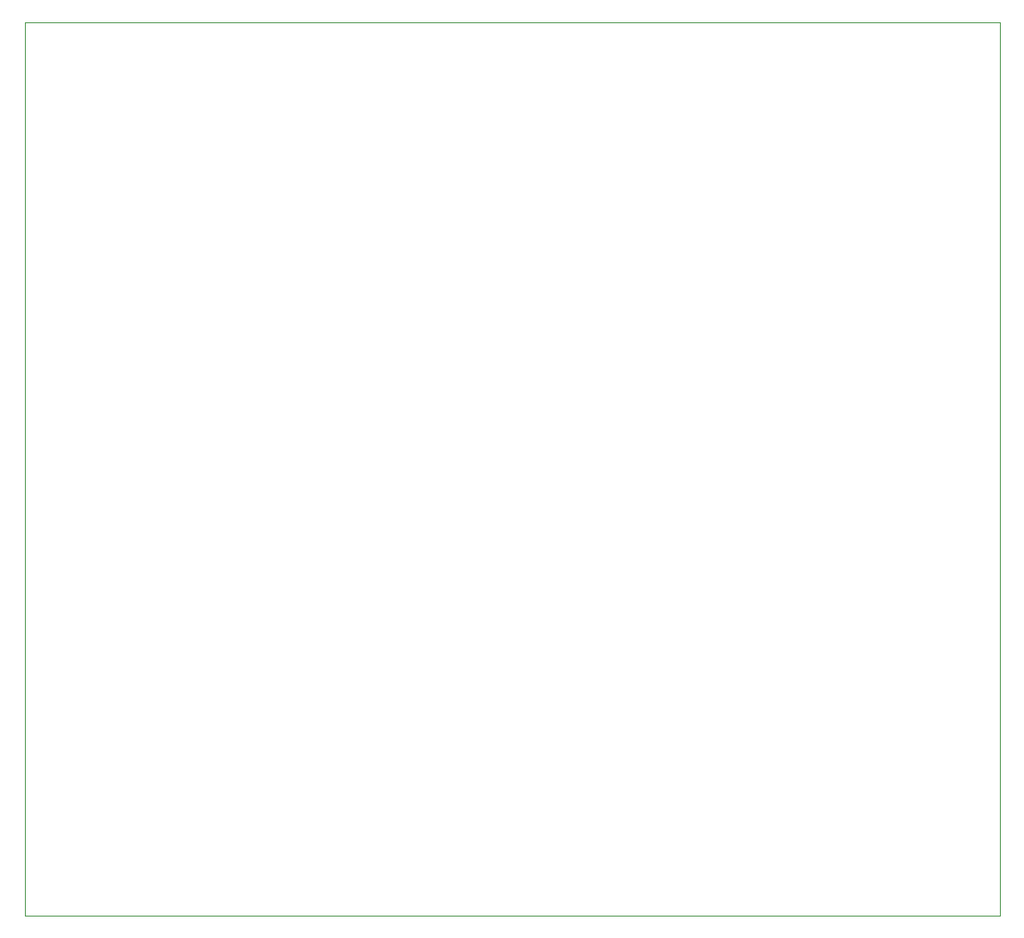
<source format=gbr>
%TF.GenerationSoftware,KiCad,Pcbnew,7.0.10*%
%TF.CreationDate,2024-01-09T19:55:11+00:00*%
%TF.ProjectId,data_logger,64617461-5f6c-46f6-9767-65722e6b6963,rev?*%
%TF.SameCoordinates,Original*%
%TF.FileFunction,Profile,NP*%
%FSLAX46Y46*%
G04 Gerber Fmt 4.6, Leading zero omitted, Abs format (unit mm)*
G04 Created by KiCad (PCBNEW 7.0.10) date 2024-01-09 19:55:11*
%MOMM*%
%LPD*%
G01*
G04 APERTURE LIST*
%TA.AperFunction,Profile*%
%ADD10C,0.050000*%
%TD*%
G04 APERTURE END LIST*
D10*
X39500000Y-48000000D02*
X135500000Y-48000000D01*
X135500000Y-136000000D01*
X39500000Y-136000000D01*
X39500000Y-48000000D01*
M02*

</source>
